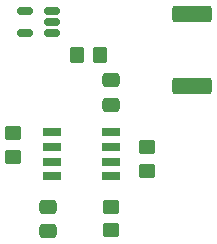
<source format=gtp>
<<<<<<< Updated upstream:stcs05/POAB-gerber-stcs05/stcs05-F_Paste.gtp
G04 #@! TF.GenerationSoftware,KiCad,Pcbnew,7.0.2*
G04 #@! TF.CreationDate,2023-12-12T16:56:49+01:00*
G04 #@! TF.ProjectId,stcs05,73746373-3035-42e6-9b69-6361645f7063,rev?*
G04 #@! TF.SameCoordinates,Original*
G04 #@! TF.FileFunction,Paste,Top*
G04 #@! TF.FilePolarity,Positive*
%FSLAX46Y46*%
G04 Gerber Fmt 4.6, Leading zero omitted, Abs format (unit mm)*
G04 Created by KiCad (PCBNEW 7.0.2) date 2023-12-12 16:56:49*
=======
%TF.GenerationSoftware,KiCad,Pcbnew,7.0.2*%
%TF.CreationDate,2023-11-09T14:12:44+01:00*%
%TF.ProjectId,stcs05,73746373-3035-42e6-9b69-6361645f7063,rev?*%
%TF.SameCoordinates,Original*%
%TF.FileFunction,Paste,Top*%
%TF.FilePolarity,Positive*%
%FSLAX46Y46*%
G04 Gerber Fmt 4.6, Leading zero omitted, Abs format (unit mm)*
G04 Created by KiCad (PCBNEW 7.0.2) date 2023-11-09 14:12:44*
>>>>>>> Stashed changes:stcs05/gerberfiles stcs05/stcs05-F_Paste.gbr
%MOMM*%
%LPD*%
G01*
G04 APERTURE LIST*
G04 Aperture macros list*
%AMRoundRect*
0 Rectangle with rounded corners*
0 $1 Rounding radius*
0 $2 $3 $4 $5 $6 $7 $8 $9 X,Y pos of 4 corners*
0 Add a 4 corners polygon primitive as box body*
4,1,4,$2,$3,$4,$5,$6,$7,$8,$9,$2,$3,0*
0 Add four circle primitives for the rounded corners*
1,1,$1+$1,$2,$3*
1,1,$1+$1,$4,$5*
1,1,$1+$1,$6,$7*
1,1,$1+$1,$8,$9*
0 Add four rect primitives between the rounded corners*
20,1,$1+$1,$2,$3,$4,$5,0*
20,1,$1+$1,$4,$5,$6,$7,0*
20,1,$1+$1,$6,$7,$8,$9,0*
20,1,$1+$1,$8,$9,$2,$3,0*%
G04 Aperture macros list end*
%ADD10RoundRect,0.250000X0.350000X0.450000X-0.350000X0.450000X-0.350000X-0.450000X0.350000X-0.450000X0*%
%ADD11RoundRect,0.250000X0.450000X-0.350000X0.450000X0.350000X-0.450000X0.350000X-0.450000X-0.350000X0*%
%ADD12RoundRect,0.250000X-0.450000X0.350000X-0.450000X-0.350000X0.450000X-0.350000X0.450000X0.350000X0*%
%ADD13RoundRect,0.150000X0.512500X0.150000X-0.512500X0.150000X-0.512500X-0.150000X0.512500X-0.150000X0*%
%ADD14R,1.500000X0.800000*%
%ADD15RoundRect,0.249999X-1.425001X0.450001X-1.425001X-0.450001X1.425001X-0.450001X1.425001X0.450001X0*%
%ADD16RoundRect,0.250000X-0.475000X0.337500X-0.475000X-0.337500X0.475000X-0.337500X0.475000X0.337500X0*%
G04 APERTURE END LIST*
D10*
X128762000Y-73660000D03*
X126762000Y-73660000D03*
D11*
X121412000Y-82280000D03*
X121412000Y-80280000D03*
D12*
X129675000Y-86500000D03*
X129675000Y-88500000D03*
D13*
X124637500Y-71800000D03*
X124637500Y-70850000D03*
X124637500Y-69900000D03*
X122362500Y-69900000D03*
X122362500Y-71800000D03*
D11*
X132750000Y-83425000D03*
X132750000Y-81425000D03*
D14*
X129679000Y-83928000D03*
X129679000Y-82678000D03*
X129679000Y-81428000D03*
X129679000Y-80178000D03*
X124679000Y-80178000D03*
X124679000Y-81428000D03*
X124679000Y-82678000D03*
X124679000Y-83928000D03*
<<<<<<< Updated upstream:stcs05/POAB-gerber-stcs05/stcs05-F_Paste.gtp
D15*
X136525000Y-70150000D03*
X136525000Y-76250000D03*
D16*
=======
%TD*%
D15*
%TO.C,R1*%
X136525000Y-70150000D03*
X136525000Y-76250000D03*
%TD*%
D16*
%TO.C,C2*%
>>>>>>> Stashed changes:stcs05/gerberfiles stcs05/stcs05-F_Paste.gbr
X129667000Y-75797500D03*
X129667000Y-77872500D03*
X124375000Y-86487500D03*
X124375000Y-88562500D03*
M02*

</source>
